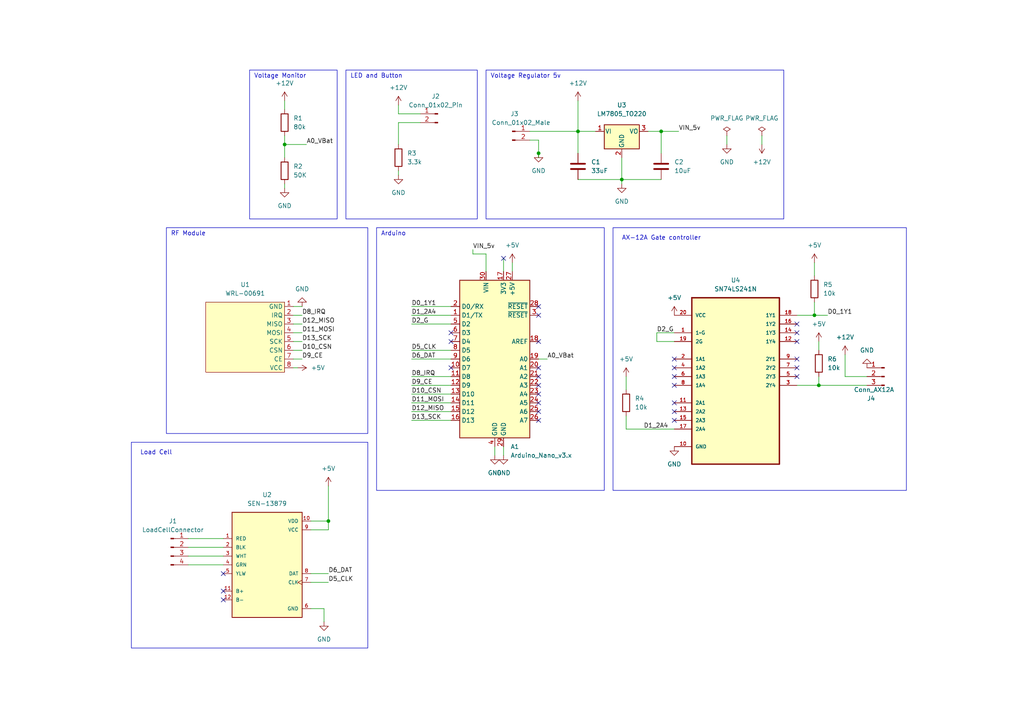
<source format=kicad_sch>
(kicad_sch (version 20230121) (generator eeschema)
  (paper "A4")
  (title_block (title "Caress Module PCB") (date "2023-07-22") (rev "3") (company "NeuroSense") (comment 1 "NeuroTechs Research Group") (comment 2 "Designed By Luke Cepza"))
  (lib_symbols
    (symbol "Connector:Conn_01x02_Male" (pin_names (offset 1.016) hide)
      (property "Reference" "J" (at 0 2.54 0))
      (property "Value" "Conn_01x02_Male" (at 0 -5.08 0))
      (symbol "Conn_01x02_Male_1_1"
        (polyline (pts (xy 1.27 -2.54) (xy 0.8636 -2.54)) (stroke (width 0.1524)))
        (polyline (pts (xy 1.27 0) (xy 0.8636 0)) (stroke (width 0.1524)))
        (rectangle (start 0.8636 -2.413) (end 0 -2.667) (stroke (width 0.1524)) (fill (type outline)))
        (rectangle (start 0.8636 0.127) (end 0 -0.127) (stroke (width 0.1524)) (fill (type outline)))
        (pin passive line (at 5.08 0 180) (length 3.81) (name "Pin_1") (number "1"))
        (pin passive line (at 5.08 -2.54 180) (length 3.81) (name "Pin_2") (number "2"))
      )
    )
    (symbol "Connector:Conn_01x02_Pin" (pin_names (offset 1.016) hide)
      (property "Reference" "J" (at 0 2.54 0))
      (property "Value" "Conn_01x02_Pin" (at 0 -5.08 0))
      (symbol "Conn_01x02_Pin_1_1"
        (polyline (pts (xy 1.27 -2.54) (xy 0.8636 -2.54)) (stroke (width 0.1524)))
        (polyline (pts (xy 1.27 0) (xy 0.8636 0)) (stroke (width 0.1524)))
        (rectangle (start 0.8636 -2.413) (end 0 -2.667) (stroke (width 0.1524)) (fill (type outline)))
        (rectangle (start 0.8636 0.127) (end 0 -0.127) (stroke (width 0.1524)) (fill (type outline)))
        (pin passive line (at 5.08 0 180) (length 3.81) (name "Pin_1") (number "1"))
        (pin passive line (at 5.08 -2.54 180) (length 3.81) (name "Pin_2") (number "2"))
      )
    )
    (symbol "Connector:Conn_01x03_Male" (pin_names (offset 1.016) hide)
      (property "Reference" "J" (at 0 5.08 0))
      (property "Value" "Conn_01x03_Male" (at 0 -5.08 0))
      (symbol "Conn_01x03_Male_1_1"
        (polyline (pts (xy 1.27 -2.54) (xy 0.8636 -2.54)) (stroke (width 0.1524)))
        (polyline (pts (xy 1.27 0) (xy 0.8636 0)) (stroke (width 0.1524)))
        (polyline (pts (xy 1.27 2.54) (xy 0.8636 2.54)) (stroke (width 0.1524)))
        (rectangle (start 0.8636 -2.413) (end 0 -2.667) (stroke (width 0.1524)) (fill (type outline)))
        (rectangle (start 0.8636 0.127) (end 0 -0.127) (stroke (width 0.1524)) (fill (type outline)))
        (rectangle (start 0.8636 2.667) (end 0 2.413) (stroke (width 0.1524)) (fill (type outline)))
        (pin passive line (at 5.08 2.54 180) (length 3.81) (name "Pin_1") (number "1"))
        (pin passive line (at 5.08 0 180) (length 3.81) (name "Pin_2") (number "2"))
        (pin passive line (at 5.08 -2.54 180) (length 3.81) (name "Pin_3") (number "3"))
      )
    )
    (symbol "Connector:Conn_01x04_Male" (pin_names (offset 1.016) hide)
      (property "Reference" "J" (at 0 5.08 0))
      (property "Value" "Conn_01x04_Male" (at 0 -7.62 0))
      (symbol "Conn_01x04_Male_1_1"
        (polyline (pts (xy 1.27 -5.08) (xy 0.8636 -5.08)) (stroke (width 0.1524)))
        (polyline (pts (xy 1.27 -2.54) (xy 0.8636 -2.54)) (stroke (width 0.1524)))
        (polyline (pts (xy 1.27 0) (xy 0.8636 0)) (stroke (width 0.1524)))
        (polyline (pts (xy 1.27 2.54) (xy 0.8636 2.54)) (stroke (width 0.1524)))
        (rectangle (start 0.8636 -4.953) (end 0 -5.207) (stroke (width 0.1524)) (fill (type outline)))
        (rectangle (start 0.8636 -2.413) (end 0 -2.667) (stroke (width 0.1524)) (fill (type outline)))
        (rectangle (start 0.8636 0.127) (end 0 -0.127) (stroke (width 0.1524)) (fill (type outline)))
        (rectangle (start 0.8636 2.667) (end 0 2.413) (stroke (width 0.1524)) (fill (type outline)))
        (pin passive line (at 5.08 2.54 180) (length 3.81) (name "Pin_1") (number "1"))
        (pin passive line (at 5.08 0 180) (length 3.81) (name "Pin_2") (number "2"))
        (pin passive line (at 5.08 -2.54 180) (length 3.81) (name "Pin_3") (number "3"))
        (pin passive line (at 5.08 -5.08 180) (length 3.81) (name "Pin_4") (number "4"))
      )
    )
    (symbol "Device:C" (pin_numbers hide) (pin_names (offset 0.254))
      (property "Reference" "C" (at 0.635 2.54 0))
      (property "Value" "C" (at 0.635 -2.54 0))
      (symbol "C_0_1"
        (polyline (pts (xy -2.032 -0.762) (xy 2.032 -0.762)) (stroke (width 0.508)))
        (polyline (pts (xy -2.032 0.762) (xy 2.032 0.762)) (stroke (width 0.508)))
      )
      (symbol "C_1_1"
        (pin passive line (at 0 3.81 270) (length 2.794) (name "~") (number "1"))
        (pin passive line (at 0 -3.81 90) (length 2.794) (name "~") (number "2"))
      )
    )
    (symbol "Device:R" (pin_numbers hide) (pin_names (offset 0))
      (property "Reference" "R" (at 2.032 0 90))
      (property "Value" "R" (at 0 0 90))
      (symbol "R_0_1"
        (rectangle (start -1.016 -2.54) (end 1.016 2.54) (stroke (width 0.254)))
      )
      (symbol "R_1_1"
        (pin passive line (at 0 3.81 270) (length 1.27) (name "~") (number "1"))
        (pin passive line (at 0 -3.81 90) (length 1.27) (name "~") (number "2"))
      )
    )
    (symbol "MCU_Module:Arduino_Nano_v3.x"
      (property "Reference" "A" (at -10.16 23.495 0))
      (property "Value" "Arduino_Nano_v3.x" (at 5.08 -24.13 0))
      (symbol "Arduino_Nano_v3.x_0_1"
        (rectangle (start -10.16 22.86) (end 10.16 -22.86) (stroke (width 0.254)) (fill (type background)))
      )
      (symbol "Arduino_Nano_v3.x_1_1"
        (pin bidirectional line (at -12.7 12.7 0) (length 2.54) (name "D1/TX") (number "1"))
        (pin bidirectional line (at -12.7 -2.54 0) (length 2.54) (name "D7") (number "10"))
        (pin bidirectional line (at -12.7 -5.08 0) (length 2.54) (name "D8") (number "11"))
        (pin bidirectional line (at -12.7 -7.62 0) (length 2.54) (name "D9") (number "12"))
        (pin bidirectional line (at -12.7 -10.16 0) (length 2.54) (name "D10") (number "13"))
        (pin bidirectional line (at -12.7 -12.7 0) (length 2.54) (name "D11") (number "14"))
        (pin bidirectional line (at -12.7 -15.24 0) (length 2.54) (name "D12") (number "15"))
        (pin bidirectional line (at -12.7 -17.78 0) (length 2.54) (name "D13") (number "16"))
        (pin power_out line (at 2.54 25.4 270) (length 2.54) (name "3V3") (number "17"))
        (pin input line (at 12.7 5.08 180) (length 2.54) (name "AREF") (number "18"))
        (pin bidirectional line (at 12.7 0 180) (length 2.54) (name "A0") (number "19"))
        (pin bidirectional line (at -12.7 15.24 0) (length 2.54) (name "D0/RX") (number "2"))
        (pin bidirectional line (at 12.7 -2.54 180) (length 2.54) (name "A1") (number "20"))
        (pin bidirectional line (at 12.7 -5.08 180) (length 2.54) (name "A2") (number "21"))
        (pin bidirectional line (at 12.7 -7.62 180) (length 2.54) (name "A3") (number "22"))
        (pin bidirectional line (at 12.7 -10.16 180) (length 2.54) (name "A4") (number "23"))
        (pin bidirectional line (at 12.7 -12.7 180) (length 2.54) (name "A5") (number "24"))
        (pin bidirectional line (at 12.7 -15.24 180) (length 2.54) (name "A6") (number "25"))
        (pin bidirectional line (at 12.7 -17.78 180) (length 2.54) (name "A7") (number "26"))
        (pin power_out line (at 5.08 25.4 270) (length 2.54) (name "+5V") (number "27"))
        (pin input line (at 12.7 15.24 180) (length 2.54) (name "~{RESET}") (number "28"))
        (pin power_in line (at 2.54 -25.4 90) (length 2.54) (name "GND") (number "29"))
        (pin input line (at 12.7 12.7 180) (length 2.54) (name "~{RESET}") (number "3"))
        (pin power_in line (at -2.54 25.4 270) (length 2.54) (name "VIN") (number "30"))
        (pin power_in line (at 0 -25.4 90) (length 2.54) (name "GND") (number "4"))
        (pin bidirectional line (at -12.7 10.16 0) (length 2.54) (name "D2") (number "5"))
        (pin bidirectional line (at -12.7 7.62 0) (length 2.54) (name "D3") (number "6"))
        (pin bidirectional line (at -12.7 5.08 0) (length 2.54) (name "D4") (number "7"))
        (pin bidirectional line (at -12.7 2.54 0) (length 2.54) (name "D5") (number "8"))
        (pin bidirectional line (at -12.7 0 0) (length 2.54) (name "D6") (number "9"))
      )
    )
    (symbol "Regulator_Linear:LM7805_TO220" (pin_names (offset 0.254))
      (property "Reference" "U" (at -3.81 3.175 0))
      (property "Value" "LM7805_TO220" (at 0 3.175 0))
      (symbol "LM7805_TO220_0_1"
        (rectangle (start -5.08 1.905) (end 5.08 -5.08) (stroke (width 0.254)) (fill (type background)))
      )
      (symbol "LM7805_TO220_1_1"
        (pin power_in line (at -7.62 0 0) (length 2.54) (name "VI") (number "1"))
        (pin power_in line (at 0 -7.62 90) (length 2.54) (name "GND") (number "2"))
        (pin power_out line (at 7.62 0 180) (length 2.54) (name "VO") (number "3"))
      )
    )
    (symbol "SEN-13879:SEN-13879" (pin_names (offset 1.016))
      (property "Reference" "U" (at -10.172 15.8938 0))
      (property "Value" "SEN-13879" (at -10.1639 -17.7868 0))
      (symbol "SEN-13879_0_0"
        (rectangle (start -10.16 -15.24) (end 10.16 15.24) (stroke (width 0.254)) (fill (type background)))
        (pin bidirectional line (at -12.7 7.62 0) (length 2.54) (name "RED") (number "1"))
        (pin power_in line (at 12.7 12.7 180) (length 2.54) (name "VDD") (number "10"))
        (pin input line (at -12.7 -7.62 0) (length 2.54) (name "B+") (number "11"))
        (pin input line (at -12.7 -10.16 0) (length 2.54) (name "B-") (number "12"))
        (pin bidirectional line (at -12.7 5.08 0) (length 2.54) (name "BLK") (number "2"))
        (pin input line (at -12.7 2.54 0) (length 2.54) (name "WHT") (number "3"))
        (pin input line (at -12.7 0 0) (length 2.54) (name "GRN") (number "4"))
        (pin bidirectional line (at -12.7 -2.54 0) (length 2.54) (name "YLW") (number "5"))
        (pin power_in line (at 12.7 -12.7 180) (length 2.54) (name "GND") (number "6"))
        (pin input clock (at 12.7 -5.08 180) (length 2.54) (name "CLK") (number "7"))
        (pin output line (at 12.7 -2.54 180) (length 2.54) (name "DAT") (number "8"))
        (pin power_in line (at 12.7 10.16 180) (length 2.54) (name "VCC") (number "9"))
      )
    )
    (symbol "SN74LS241N:SN74LS241N" (pin_names (offset 1.016))
      (property "Reference" "U" (at -5.7666 22.7363 0))
      (property "Value" "SN74LS241N" (at -3.791 -32.4145 0))
      (symbol "SN74LS241N_0_0"
        (rectangle (start -12.7 -27.94) (end 12.7 20.32) (stroke (width 0.4064)) (fill (type background)))
        (pin input line (at -17.78 10.16 0) (length 5.08) (name "1~G") (number "1"))
        (pin passive line (at -17.78 -22.86 0) (length 5.08) (name "GND") (number "10"))
        (pin input line (at -17.78 -10.16 0) (length 5.08) (name "2A1") (number "11"))
        (pin output line (at 17.78 7.62 180) (length 5.08) (name "1Y4") (number "12"))
        (pin input line (at -17.78 -12.7 0) (length 5.08) (name "2A2") (number "13"))
        (pin output line (at 17.78 10.16 180) (length 5.08) (name "1Y3") (number "14"))
        (pin input line (at -17.78 -15.24 0) (length 5.08) (name "2A3") (number "15"))
        (pin output line (at 17.78 12.7 180) (length 5.08) (name "1Y2") (number "16"))
        (pin input line (at -17.78 -17.78 0) (length 5.08) (name "2A4") (number "17"))
        (pin output line (at 17.78 15.24 180) (length 5.08) (name "1Y1") (number "18"))
        (pin input line (at -17.78 7.62 0) (length 5.08) (name "2G") (number "19"))
        (pin input line (at -17.78 2.54 0) (length 5.08) (name "1A1") (number "2"))
        (pin power_in line (at -17.78 15.24 0) (length 5.08) (name "VCC") (number "20"))
        (pin output line (at 17.78 -5.08 180) (length 5.08) (name "2Y4") (number "3"))
        (pin input line (at -17.78 0 0) (length 5.08) (name "1A2") (number "4"))
        (pin output line (at 17.78 -2.54 180) (length 5.08) (name "2Y3") (number "5"))
        (pin input line (at -17.78 -2.54 0) (length 5.08) (name "1A3") (number "6"))
        (pin output line (at 17.78 0 180) (length 5.08) (name "2Y2") (number "7"))
        (pin input line (at -17.78 -5.08 0) (length 5.08) (name "1A4") (number "8"))
        (pin output line (at 17.78 2.54 180) (length 5.08) (name "2Y1") (number "9"))
      )
    )
    (symbol "SN74LS241N:WRL-00691"
      (property "Reference" "U" (at 0 11.43 0))
      (property "Value" "WRL-00691" (at 0 -12.7 0))
      (symbol "WRL-00691_0_1"
        (rectangle (start -16.51 10.16) (end 6.35 -10.16) (fill (type background)))
      )
      (symbol "WRL-00691_1_1"
        (pin input line (at 8.89 8.89 180) (length 2.54) (name "GND") (number "1"))
        (pin input line (at 8.89 6.35 180) (length 2.54) (name "IRQ") (number "2"))
        (pin input line (at 8.89 3.81 180) (length 2.54) (name "MISO") (number "3"))
        (pin input line (at 8.89 1.27 180) (length 2.54) (name "MOSI") (number "4"))
        (pin input line (at 8.89 -1.27 180) (length 2.54) (name "SCK") (number "5"))
        (pin input line (at 8.89 -3.81 180) (length 2.54) (name "CSN") (number "6"))
        (pin input line (at 8.89 -6.35 180) (length 2.54) (name "CE") (number "7"))
        (pin input line (at 8.89 -8.89 180) (length 2.54) (name "VCC") (number "8"))
      )
    )
    (symbol "power:+12V" (power) (pin_names (offset 0))
      (property "Value" "+12V" (at 0 3.556 0))
      (symbol "+12V_0_1"
        (polyline (pts (xy -0.762 1.27) (xy 0 2.54)))
        (polyline (pts (xy 0 0) (xy 0 2.54)))
        (polyline (pts (xy 0 2.54) (xy 0.762 1.27)))
      )
      (symbol "+12V_1_1"
        (pin power_in line (at 0 0 90) (length 0) hide (name "+12V") (number "1"))
      )
    )
    (symbol "power:+5V" (power) (pin_names (offset 0))
      (property "Value" "+5V" (at 0 3.556 0))
      (symbol "+5V_0_1"
        (polyline (pts (xy -0.762 1.27) (xy 0 2.54)))
        (polyline (pts (xy 0 0) (xy 0 2.54)))
        (polyline (pts (xy 0 2.54) (xy 0.762 1.27)))
      )
      (symbol "+5V_1_1"
        (pin power_in line (at 0 0 90) (length 0) hide (name "+5V") (number "1"))
      )
    )
    (symbol "power:GND" (power) (pin_names (offset 0))
      (property "Value" "GND" (at 0 -3.81 0))
      (symbol "GND_0_1"
        (polyline (pts (xy 0 0) (xy 0 -1.27) (xy 1.27 -1.27) (xy 0 -2.54) (xy -1.27 -1.27) (xy 0 -1.27)))
      )
      (symbol "GND_1_1"
        (pin power_in line (at 0 0 270) (length 0) hide (name "GND") (number "1"))
      )
    )
    (symbol "power:PWR_FLAG" (power) (pin_numbers hide) (pin_names (offset 0) hide)
      (property "Value" "PWR_FLAG" (at 0 3.81 0))
      (symbol "PWR_FLAG_0_0"
        (pin power_out line (at 0 0 90) (length 0) (name "pwr") (number "1"))
      )
      (symbol "PWR_FLAG_0_1"
        (polyline (pts (xy 0 0) (xy 0 1.27) (xy -1.016 1.905) (xy 0 2.54) (xy 1.016 1.905) (xy 0 1.27)))
      )
    )
  )
  (junction (at 156.21 44.45))
  (junction (at 180.34 52.07))
  (junction (at 82.55 41.91))
  (junction (at 167.64 38.1))
  (junction (at 95.25 151.13))
  (junction (at 191.77 38.1))
  (junction (at 237.49 111.76))
  (junction (at 236.22 91.44))
  (no_connect (at 156.21 114.3))
  (no_connect (at 156.21 121.92))
  (no_connect (at 130.81 96.52))
  (no_connect (at 231.14 109.22))
  (no_connect (at 195.58 106.68))
  (no_connect (at 156.21 88.9))
  (no_connect (at 130.81 106.68))
  (no_connect (at 64.77 166.37))
  (no_connect (at 156.21 111.76))
  (no_connect (at 195.58 104.14))
  (no_connect (at 156.21 116.84))
  (no_connect (at 64.77 171.45))
  (no_connect (at 231.14 99.06))
  (no_connect (at 231.14 93.98))
  (no_connect (at 130.81 99.06))
  (no_connect (at 195.58 121.92))
  (no_connect (at 64.77 173.99))
  (no_connect (at 156.21 106.68))
  (no_connect (at 146.05 74.93))
  (no_connect (at 156.21 99.06))
  (no_connect (at 231.14 96.52))
  (no_connect (at 195.58 116.84))
  (no_connect (at 195.58 111.76))
  (no_connect (at 231.14 104.14))
  (no_connect (at 156.21 119.38))
  (no_connect (at 156.21 91.44))
  (no_connect (at 195.58 119.38))
  (no_connect (at 195.58 109.22))
  (no_connect (at 231.14 106.68))
  (no_connect (at 156.21 109.22))
  (wire (pts (xy 119.38 101.6) (xy 130.81 101.6)))
  (wire (pts (xy 181.61 120.65) (xy 181.61 124.46)))
  (wire (pts (xy 167.64 52.07) (xy 180.34 52.07)))
  (wire (pts (xy 90.17 166.37) (xy 95.25 166.37)))
  (wire (pts (xy 180.34 52.07) (xy 180.34 53.34)))
  (wire (pts (xy 85.09 101.6) (xy 87.63 101.6)))
  (wire (pts (xy 82.55 29.21) (xy 82.55 31.75)))
  (wire (pts (xy 85.09 93.98) (xy 87.63 93.98)))
  (wire (pts (xy 191.77 38.1) (xy 196.85 38.1)))
  (wire (pts (xy 130.81 114.3) (xy 119.38 114.3)))
  (wire (pts (xy 54.61 158.75) (xy 64.77 158.75)))
  (wire (pts (xy 237.49 99.06) (xy 237.49 101.6)))
  (wire (pts (xy 137.16 72.39) (xy 137.16 73.66)))
  (wire (pts (xy 119.38 111.76) (xy 130.81 111.76)))
  (wire (pts (xy 220.98 39.37) (xy 220.98 41.91)))
  (wire (pts (xy 181.61 124.46) (xy 195.58 124.46)))
  (wire (pts (xy 237.49 111.76) (xy 251.46 111.76)))
  (wire (pts (xy 90.17 151.13) (xy 95.25 151.13)))
  (wire (pts (xy 90.17 153.67) (xy 95.25 153.67)))
  (wire (pts (xy 95.25 151.13) (xy 95.25 153.67)))
  (wire (pts (xy 190.5 99.06) (xy 195.58 99.06)))
  (wire (pts (xy 121.92 33.02) (xy 115.57 33.02)))
  (wire (pts (xy 167.64 38.1) (xy 167.64 44.45)))
  (wire (pts (xy 85.09 99.06) (xy 87.63 99.06)))
  (wire (pts (xy 119.38 88.9) (xy 130.81 88.9)))
  (wire (pts (xy 236.22 76.2) (xy 236.22 80.01)))
  (wire (pts (xy 140.97 73.66) (xy 140.97 78.74)))
  (wire (pts (xy 146.05 74.93) (xy 146.05 78.74)))
  (wire (pts (xy 119.38 93.98) (xy 130.81 93.98)))
  (wire (pts (xy 156.21 40.64) (xy 156.21 44.45)))
  (wire (pts (xy 85.09 96.52) (xy 87.63 96.52)))
  (wire (pts (xy 167.64 38.1) (xy 172.72 38.1)))
  (wire (pts (xy 90.17 176.53) (xy 93.98 176.53)))
  (wire (pts (xy 210.82 39.37) (xy 210.82 41.91)))
  (wire (pts (xy 119.38 109.22) (xy 130.81 109.22)))
  (wire (pts (xy 167.64 29.21) (xy 167.64 38.1)))
  (wire (pts (xy 119.38 121.92) (xy 130.81 121.92)))
  (wire (pts (xy 156.21 44.45) (xy 156.21 45.72)))
  (wire (pts (xy 93.98 176.53) (xy 93.98 180.34)))
  (wire (pts (xy 85.09 106.68) (xy 86.36 106.68)))
  (wire (pts (xy 95.25 140.97) (xy 95.25 151.13)))
  (wire (pts (xy 90.17 168.91) (xy 95.25 168.91)))
  (wire (pts (xy 231.14 111.76) (xy 237.49 111.76)))
  (wire (pts (xy 85.09 88.9) (xy 87.63 88.9)))
  (wire (pts (xy 82.55 53.34) (xy 82.55 54.61)))
  (wire (pts (xy 115.57 35.56) (xy 121.92 35.56)))
  (wire (pts (xy 85.09 104.14) (xy 87.63 104.14)))
  (wire (pts (xy 54.61 163.83) (xy 64.77 163.83)))
  (wire (pts (xy 156.21 104.14) (xy 158.75 104.14)))
  (wire (pts (xy 236.22 87.63) (xy 236.22 91.44)))
  (wire (pts (xy 115.57 49.53) (xy 115.57 50.8)))
  (wire (pts (xy 195.58 96.52) (xy 190.5 96.52)))
  (wire (pts (xy 148.59 76.2) (xy 148.59 78.74)))
  (wire (pts (xy 54.61 161.29) (xy 64.77 161.29)))
  (wire (pts (xy 82.55 39.37) (xy 82.55 41.91)))
  (wire (pts (xy 115.57 35.56) (xy 115.57 41.91)))
  (wire (pts (xy 143.51 129.54) (xy 143.51 132.08)))
  (wire (pts (xy 236.22 91.44) (xy 240.03 91.44)))
  (wire (pts (xy 180.34 52.07) (xy 191.77 52.07)))
  (wire (pts (xy 245.11 102.87) (xy 245.11 109.22)))
  (wire (pts (xy 187.96 38.1) (xy 191.77 38.1)))
  (wire (pts (xy 85.09 91.44) (xy 87.63 91.44)))
  (wire (pts (xy 54.61 156.21) (xy 64.77 156.21)))
  (wire (pts (xy 137.16 73.66) (xy 140.97 73.66)))
  (wire (pts (xy 82.55 41.91) (xy 88.9 41.91)))
  (wire (pts (xy 82.55 41.91) (xy 82.55 45.72)))
  (wire (pts (xy 119.38 91.44) (xy 130.81 91.44)))
  (wire (pts (xy 180.34 45.72) (xy 180.34 52.07)))
  (wire (pts (xy 237.49 109.22) (xy 237.49 111.76)))
  (wire (pts (xy 119.38 104.14) (xy 130.81 104.14)))
  (wire (pts (xy 153.67 38.1) (xy 167.64 38.1)))
  (wire (pts (xy 190.5 96.52) (xy 190.5 99.06)))
  (wire (pts (xy 146.05 129.54) (xy 146.05 132.08)))
  (wire (pts (xy 153.67 40.64) (xy 156.21 40.64)))
  (wire (pts (xy 181.61 109.22) (xy 181.61 113.03)))
  (wire (pts (xy 115.57 30.48) (xy 115.57 33.02)))
  (wire (pts (xy 130.81 119.38) (xy 119.38 119.38)))
  (wire (pts (xy 245.11 109.22) (xy 251.46 109.22)))
  (wire (pts (xy 236.22 91.44) (xy 231.14 91.44)))
  (wire (pts (xy 130.81 116.84) (xy 119.38 116.84)))
  (wire (pts (xy 191.77 44.45) (xy 191.77 38.1)))
  (rectangle (start 140.97 20.32) (end 227.33 63.5))
  (rectangle (start 100.33 20.32) (end 138.43 63.5))
  (rectangle (start 72.39 20.32) (end 97.79 63.5))
  (rectangle (start 48.26 66.04) (end 106.68 125.73))
  (rectangle (start 177.8 66.04) (end 262.89 142.24))
  (rectangle (start 38.1 128.27) (end 106.68 187.96))
  (rectangle (start 109.22 66.04) (end 175.26 142.24))
  (text "AX-12A Gate controller\n" (at 180.34 69.85 0) (effects (font (size 1.27 1.27)) (justify left bottom)))
  (text "LED and Button " (at 101.6 22.86 0) (effects (font (size 1.27 1.27)) (justify left bottom)))
  (text "Voltage Monitor\n" (at 73.66 22.86 0) (effects (font (size 1.27 1.27)) (justify left bottom)))
  (text "Voltage Regulator 5v\n" (at 142.24 22.86 0) (effects (font (size 1.27 1.27)) (justify left bottom)))
  (text "RF Module" (at 49.53 68.58 0) (effects (font (size 1.27 1.27)) (justify left bottom)))
  (text "Load Cell" (at 40.64 132.08 0) (effects (font (size 1.27 1.27)) (justify left bottom)))
  (text "Arduino \n" (at 110.49 68.58 0) (effects (font (size 1.27 1.27)) (justify left bottom)))
  (label "D5_CLK" (at 119.38 101.6 0))
  (label "VIN_5v" (at 137.16 72.39 0))
  (label "A0_VBat" (at 158.75 104.14 0))
  (label "D11_MOSI" (at 87.63 96.52 0))
  (label "D0_1Y1" (at 240.03 91.44 0))
  (label "D13_SCK" (at 119.38 121.92 0))
  (label "D0_1Y1" (at 119.38 88.9 0))
  (label "D10_CSN" (at 119.38 114.3 0))
  (label "D1_2A4" (at 186.69 124.46 0))
  (label "D8_IRQ" (at 119.38 109.22 0))
  (label "D12_MISO" (at 87.63 93.98 0))
  (label "D6_DAT" (at 119.38 104.14 0))
  (label "A0_VBat" (at 88.9 41.91 0))
  (label "D9_CE" (at 119.38 111.76 0))
  (label "D6_DAT" (at 95.25 166.37 0))
  (label "D9_CE" (at 87.63 104.14 0))
  (label "D2_G" (at 119.38 93.98 0))
  (label "D5_CLK" (at 95.25 168.91 0))
  (label "D10_CSN" (at 87.63 101.6 0))
  (label "D2_G" (at 190.5 96.52 0))
  (label "D1_2A4" (at 119.38 91.44 0))
  (label "D11_MOSI" (at 119.38 116.84 0))
  (label "D13_SCK" (at 87.63 99.06 0))
  (label "VIN_5v" (at 196.85 38.1 0))
  (label "D12_MISO" (at 119.38 119.38 0))
  (label "D8_IRQ" (at 87.63 91.44 0))
  (symbol (lib_id "power:+5V") (at 95.25 140.97 0) (mirror y) (unit 1)
    (property "Reference" "#PWR06" (effects hide))
    (property "Value" "+5V" (at 95.25 135.89 0))
  )
  (symbol (lib_id "power:+5V") (at 236.22 76.2 0) (mirror y) (unit 1)
    (property "Reference" "#PWR019" (effects hide))
    (property "Value" "+5V" (at 236.22 71.12 0))
  )
  (symbol (lib_id "power:GND") (at 180.34 53.34 0) (unit 1)
    (property "Reference" "#PWR013" (effects hide))
    (property "Value" "GND" (at 180.34 58.42 0))
  )
  (symbol (lib_id "SN74LS241N:WRL-00691") (at 76.2 97.79 0) (unit 1)
    (property "Reference" "U1" (at 71.12 82.55 0))
    (property "Value" "WRL-00691" (at 71.12 85.09 0))
    (property "Footprint" "Mods:WRL-00691" (effects hide))
  )
  (symbol (lib_id "power:PWR_FLAG") (at 220.98 39.37 0) (unit 1)
    (property "Reference" "#FLG03" (effects hide))
    (property "Value" "PWR_FLAG" (at 220.98 34.29 0))
  )
  (symbol (lib_id "power:GND") (at 156.21 44.45 0) (unit 1)
    (property "Reference" "#PWR011" (effects hide))
    (property "Value" "GND" (at 156.21 49.53 0))
  )
  (symbol (lib_id "power:GND") (at 82.55 54.61 0) (unit 1)
    (property "Reference" "#PWR02" (effects hide))
    (property "Value" "GND" (at 82.55 59.69 0))
  )
  (symbol (lib_id "Device:R") (at 181.61 116.84 0) (unit 1)
    (property "Reference" "R4" (at 184.15 115.5699 0) (effects (justify left)))
    (property "Value" "10k" (at 184.15 118.1099 0) (effects (justify left)))
    (property "Footprint" "Resistor_THT:R_Axial_DIN0207_L6.3mm_D2.5mm_P7.62mm_Horizontal" (effects hide))
  )
  (symbol (lib_id "power:GND") (at 143.51 132.08 0) (unit 1)
    (property "Reference" "#PWR08" (effects hide))
    (property "Value" "GND" (at 143.51 137.16 0))
  )
  (symbol (lib_id "power:+5V") (at 86.36 106.68 270) (mirror x) (unit 1)
    (property "Reference" "#PWR03" (effects hide))
    (property "Value" "+5V" (at 90.17 106.68 90) (effects (justify left)))
  )
  (symbol (lib_id "Device:R") (at 82.55 35.56 0) (unit 1)
    (property "Reference" "R1" (at 85.09 34.29 0) (effects (justify left)))
    (property "Value" "80k" (at 85.09 36.83 0) (effects (justify left)))
    (property "Footprint" "Resistor_THT:R_Axial_DIN0207_L6.3mm_D2.5mm_P7.62mm_Horizontal" (effects hide))
  )
  (symbol (lib_id "power:GND") (at 93.98 180.34 0) (mirror y) (unit 1)
    (property "Reference" "#PWR05" (effects hide))
    (property "Value" "GND" (at 93.98 185.42 0))
  )
  (symbol (lib_id "power:+5V") (at 237.49 99.06 0) (mirror y) (unit 1)
    (property "Reference" "#PWR020" (effects hide))
    (property "Value" "+5V" (at 237.49 93.98 0))
  )
  (symbol (lib_id "Device:C") (at 191.77 48.26 0) (unit 1)
    (property "Reference" "C2" (at 195.58 46.9899 0) (effects (justify left)))
    (property "Value" "10uF" (at 195.58 49.5299 0) (effects (justify left)))
    (property "Footprint" "Capacitor_THT:C_Disc_D5.0mm_W2.5mm_P5.00mm" (effects hide))
  )
  (symbol (lib_id "Device:R") (at 82.55 49.53 0) (unit 1)
    (property "Reference" "R2" (at 85.09 48.26 0) (effects (justify left)))
    (property "Value" "50K" (at 85.09 50.8 0) (effects (justify left)))
    (property "Footprint" "Resistor_THT:R_Axial_DIN0207_L6.3mm_D2.5mm_P7.62mm_Horizontal" (effects hide))
  )
  (symbol (lib_id "power:+12V") (at 245.11 102.87 0) (unit 1)
    (property "Reference" "#PWR021" (effects hide))
    (property "Value" "+12V" (at 245.11 97.79 0))
  )
  (symbol (lib_id "Regulator_Linear:LM7805_TO220") (at 180.34 38.1 0) (unit 1)
    (property "Reference" "U3" (at 180.34 30.48 0))
    (property "Value" "LM7805_TO220" (at 180.34 33.02 0))
    (property "Footprint" "Package_TO_SOT_THT:TO-220-3_Vertical" (effects hide))
    (property "Datasheet" "https://www.onsemi.cn/PowerSolutions/document/MC7800-D.PDF" (effects hide))
  )
  (symbol (lib_id "power:+12V") (at 115.57 30.48 0) (unit 1)
    (property "Reference" "#PWR023" (effects hide))
    (property "Value" "+12V" (at 115.57 25.4 0))
  )
  (symbol (lib_id "power:+12V") (at 167.64 29.21 0) (unit 1)
    (property "Reference" "#PWR012" (effects hide))
    (property "Value" "+12V" (at 167.64 24.13 0))
  )
  (symbol (lib_id "power:GND") (at 251.46 106.68 0) (mirror x) (unit 1)
    (property "Reference" "#PWR022" (effects hide))
    (property "Value" "GND" (at 251.46 101.6 0))
  )
  (symbol (lib_id "Connector:Conn_01x04_Male") (at 49.53 158.75 0) (unit 1)
    (property "Reference" "J1" (at 50.165 151.13 0))
    (property "Value" "LoadCellConnector" (at 50.165 153.67 0))
    (property "Footprint" "Connector_JST:JST_EH_B4B-EH-A_1x04_P2.50mm_Vertical" (effects hide))
  )
  (symbol (lib_id "power:PWR_FLAG") (at 210.82 39.37 0) (unit 1)
    (property "Reference" "#FLG02" (effects hide))
    (property "Value" "PWR_FLAG" (at 210.82 34.29 0))
  )
  (symbol (lib_id "SN74LS241N:SN74LS241N") (at 213.36 106.68 0) (unit 1)
    (property "Reference" "U4" (at 213.36 81.28 0))
    (property "Value" "SN74LS241N" (at 213.36 83.82 0))
    (property "Footprint" "Mods:DIP254P762X508-20" (effects hide))
    (property "SUPPLIER" "Texas Instruments" (effects hide))
    (property "PACKAGE" "PDIP-20" (effects hide))
    (property "MPN" "SN74LS241N" (effects hide))
    (property "OC_FARNELL" "1607639" (effects hide))
    (property "OC_NEWARK" "08F7025" (effects hide))
  )
  (symbol (lib_id "Device:R") (at 115.57 45.72 0) (unit 1)
    (property "Reference" "R3" (at 118.11 44.45 0) (effects (justify left)))
    (property "Value" "3.3k" (at 118.11 46.99 0) (effects (justify left)))
    (property "Footprint" "Resistor_THT:R_Axial_DIN0207_L6.3mm_D2.5mm_P7.62mm_Horizontal" (effects hide))
  )
  (symbol (lib_id "Device:R") (at 236.22 83.82 0) (unit 1)
    (property "Reference" "R5" (at 238.76 82.5499 0) (effects (justify left)))
    (property "Value" "10k" (at 238.76 85.0899 0) (effects (justify left)))
    (property "Footprint" "Resistor_THT:R_Axial_DIN0207_L6.3mm_D2.5mm_P7.62mm_Horizontal" (effects hide))
  )
  (symbol (lib_id "SEN-13879:SEN-13879") (at 77.47 163.83 0) (unit 1)
    (property "Reference" "U2" (at 77.47 143.51 0))
    (property "Value" "SEN-13879" (at 77.47 146.05 0))
    (property "Footprint" "Mods:SPARKFUN_SEN-13879" (effects hide))
    (property "MANUFACTURER" "SparkFun" (effects hide))
    (property "STANDARD" "Manufacturer Recommendations" (effects hide))
  )
  (symbol (lib_id "Connector:Conn_01x02_Male") (at 148.59 38.1 0) (unit 1)
    (property "Reference" "J3" (at 149.225 33.02 0))
    (property "Value" "Conn_01x02_Male" (at 151.13 35.56 0))
    (property "Footprint" "Connector_JST:JST_EH_B2B-EH-A_1x02_P2.50mm_Vertical" (effects hide))
  )
  (symbol (lib_id "power:+12V") (at 82.55 29.21 0) (mirror y) (unit 1)
    (property "Reference" "#PWR01" (effects hide))
    (property "Value" "+12V" (at 82.55 24.13 0))
  )
  (symbol (lib_id "Connector:Conn_01x03_Male") (at 256.54 109.22 0) (mirror y) (unit 1)
    (property "Reference" "J4" (at 251.46 115.57 0) (effects (justify right)))
    (property "Value" "Conn_AX12A" (at 247.65 113.03 0) (effects (justify right)))
    (property "Footprint" "Connector_JST:JST_EH_B3B-EH-A_1x03_P2.50mm_Vertical" (effects hide))
  )
  (symbol (lib_id "power:+12V") (at 220.98 41.91 0) (mirror x) (unit 1)
    (property "Reference" "#PWR018" (effects hide))
    (property "Value" "+12V" (at 220.98 46.99 0))
  )
  (symbol (lib_id "power:GND") (at 210.82 41.91 0) (unit 1)
    (property "Reference" "#PWR017" (effects hide))
    (property "Value" "GND" (at 210.82 46.99 0))
  )
  (symbol (lib_id "power:GND") (at 146.05 132.08 0) (unit 1)
    (property "Reference" "#PWR09" (effects hide))
    (property "Value" "GND" (at 146.05 137.16 0))
  )
  (symbol (lib_id "power:GND") (at 115.57 50.8 0) (unit 1)
    (property "Reference" "#PWR07" (effects hide))
    (property "Value" "GND" (at 115.57 55.88 0))
  )
  (symbol (lib_id "power:+5V") (at 181.61 109.22 0) (mirror y) (unit 1)
    (property "Reference" "#PWR014" (effects hide))
    (property "Value" "+5V" (at 181.61 104.14 0))
  )
  (symbol (lib_id "power:GND") (at 195.58 129.54 0) (mirror y) (unit 1)
    (property "Reference" "#PWR016" (effects hide))
    (property "Value" "GND" (at 195.58 134.62 0))
  )
  (symbol (lib_id "Device:C") (at 167.64 48.26 0) (unit 1)
    (property "Reference" "C1" (at 171.45 46.9899 0) (effects (justify left)))
    (property "Value" "33uF" (at 171.45 49.5299 0) (effects (justify left)))
    (property "Footprint" "Capacitor_THT:C_Disc_D5.0mm_W2.5mm_P5.00mm" (effects hide))
  )
  (symbol (lib_id "Device:R") (at 237.49 105.41 0) (unit 1)
    (property "Reference" "R6" (at 240.03 104.1399 0) (effects (justify left)))
    (property "Value" "10k" (at 240.03 106.6799 0) (effects (justify left)))
    (property "Footprint" "Resistor_THT:R_Axial_DIN0207_L6.3mm_D2.5mm_P7.62mm_Horizontal" (effects hide))
  )
  (symbol (lib_id "power:+5V") (at 195.58 91.44 0) (unit 1)
    (property "Reference" "#PWR015" (effects hide))
    (property "Value" "+5V" (at 195.58 86.36 0))
  )
  (symbol (lib_id "MCU_Module:Arduino_Nano_v3.x") (at 143.51 104.14 0) (unit 1)
    (property "Reference" "A1" (at 148.0694 129.54 0) (effects (justify left)))
    (property "Value" "Arduino_Nano_v3.x" (at 148.0694 132.08 0) (effects (justify left)))
    (property "Footprint" "Module:Arduino_Nano" (effects hide))
    (property "Datasheet" "http://www.mouser.com/pdfdocs/Gravitech_Arduino_Nano3_0.pdf" (effects hide))
  )
  (symbol (lib_id "Connector:Conn_01x02_Pin") (at 127 33.02 0) (mirror y) (unit 1)
    (property "Reference" "J2" (at 126.365 27.94 0))
    (property "Value" "Conn_01x02_Pin" (at 126.365 30.48 0))
    (property "Footprint" "Connector_JST:JST_EH_B2B-EH-A_1x02_P2.50mm_Vertical" (effects hide))
  )
  (symbol (lib_id "power:+5V") (at 148.59 76.2 0) (mirror y) (unit 1)
    (property "Reference" "#PWR010" (effects hide))
    (property "Value" "+5V" (at 148.59 71.12 0))
  )
  (symbol (lib_id "power:GND") (at 87.63 88.9 0) (mirror x) (unit 1)
    (property "Reference" "#PWR04" (effects hide))
    (property "Value" "GND" (at 87.63 83.82 0))
  )
)
</source>
